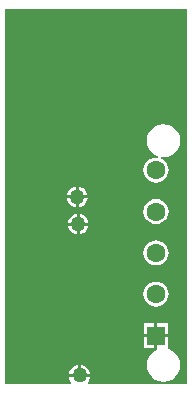
<source format=gbl>
G04*
G04 #@! TF.GenerationSoftware,Altium Limited,Altium Designer,19.0.10 (269)*
G04*
G04 Layer_Physical_Order=2*
G04 Layer_Color=16711680*
%FSLAX25Y25*%
%MOIN*%
G70*
G01*
G75*
%ADD18R,0.06299X0.06299*%
%ADD19C,0.06299*%
%ADD20C,0.05000*%
G36*
X62471Y1529D02*
X29460D01*
X29214Y2029D01*
X29580Y2506D01*
X29932Y3358D01*
X29987Y3771D01*
X23058D01*
X23112Y3358D01*
X23465Y2506D01*
X23831Y2029D01*
X23585Y1529D01*
X1529D01*
X1529Y126423D01*
X62471D01*
X62471Y1529D01*
D02*
G37*
%LPC*%
G36*
X54480Y88092D02*
X53037Y87902D01*
X51693Y87345D01*
X50538Y86459D01*
X49652Y85305D01*
X49095Y83960D01*
X48905Y82517D01*
X49095Y81074D01*
X49652Y79729D01*
X50538Y78575D01*
X51693Y77689D01*
X52698Y77272D01*
X52567Y76785D01*
X52000Y76860D01*
X50917Y76717D01*
X49907Y76299D01*
X49040Y75634D01*
X48375Y74767D01*
X47957Y73758D01*
X47815Y72674D01*
X47957Y71591D01*
X48375Y70582D01*
X49040Y69715D01*
X49907Y69050D01*
X50917Y68632D01*
X52000Y68489D01*
X53083Y68632D01*
X54093Y69050D01*
X54959Y69715D01*
X55625Y70582D01*
X56043Y71591D01*
X56185Y72674D01*
X56043Y73758D01*
X55625Y74767D01*
X54959Y75634D01*
X54093Y76299D01*
X53423Y76577D01*
X53553Y77064D01*
X54480Y76942D01*
X55923Y77132D01*
X57268Y77689D01*
X58423Y78575D01*
X59309Y79729D01*
X59866Y81074D01*
X60056Y82517D01*
X59866Y83960D01*
X59309Y85305D01*
X58423Y86459D01*
X57268Y87345D01*
X55923Y87902D01*
X54480Y88092D01*
D02*
G37*
G36*
X26241Y67214D02*
Y64250D01*
X29206D01*
X29151Y64664D01*
X28798Y65515D01*
X28237Y66246D01*
X27506Y66807D01*
X26655Y67160D01*
X26241Y67214D01*
D02*
G37*
G36*
X25241D02*
X24827Y67160D01*
X23976Y66807D01*
X23245Y66246D01*
X22684Y65515D01*
X22331Y64664D01*
X22277Y64250D01*
X25241D01*
Y67214D01*
D02*
G37*
G36*
X29206Y63250D02*
X26241D01*
Y60286D01*
X26655Y60340D01*
X27506Y60693D01*
X28237Y61254D01*
X28798Y61985D01*
X29151Y62836D01*
X29206Y63250D01*
D02*
G37*
G36*
X25241D02*
X22277D01*
X22331Y62836D01*
X22684Y61985D01*
X23245Y61254D01*
X23976Y60693D01*
X24827Y60340D01*
X25241Y60286D01*
Y63250D01*
D02*
G37*
G36*
X26522Y58174D02*
Y55209D01*
X29487D01*
X29432Y55623D01*
X29080Y56475D01*
X28519Y57206D01*
X27788Y57767D01*
X26936Y58119D01*
X26522Y58174D01*
D02*
G37*
G36*
X25522D02*
X25109Y58119D01*
X24257Y57767D01*
X23526Y57206D01*
X22965Y56475D01*
X22613Y55623D01*
X22558Y55209D01*
X25522D01*
Y58174D01*
D02*
G37*
G36*
X52000Y63080D02*
X50917Y62938D01*
X49907Y62520D01*
X49040Y61854D01*
X48375Y60988D01*
X47957Y59978D01*
X47815Y58895D01*
X47957Y57812D01*
X48375Y56802D01*
X49040Y55935D01*
X49907Y55270D01*
X50917Y54852D01*
X52000Y54710D01*
X53083Y54852D01*
X54093Y55270D01*
X54959Y55935D01*
X55625Y56802D01*
X56043Y57812D01*
X56185Y58895D01*
X56043Y59978D01*
X55625Y60988D01*
X54959Y61854D01*
X54093Y62520D01*
X53083Y62938D01*
X52000Y63080D01*
D02*
G37*
G36*
X29487Y54210D02*
X26522D01*
Y51245D01*
X26936Y51300D01*
X27788Y51652D01*
X28519Y52213D01*
X29080Y52944D01*
X29432Y53796D01*
X29487Y54210D01*
D02*
G37*
G36*
X25522D02*
X22558D01*
X22613Y53796D01*
X22965Y52944D01*
X23526Y52213D01*
X24257Y51652D01*
X25109Y51300D01*
X25522Y51245D01*
Y54210D01*
D02*
G37*
G36*
X52000Y49301D02*
X50917Y49158D01*
X49907Y48740D01*
X49040Y48075D01*
X48375Y47208D01*
X47957Y46199D01*
X47815Y45115D01*
X47957Y44032D01*
X48375Y43023D01*
X49040Y42156D01*
X49907Y41491D01*
X50917Y41073D01*
X52000Y40930D01*
X53083Y41073D01*
X54093Y41491D01*
X54959Y42156D01*
X55625Y43023D01*
X56043Y44032D01*
X56185Y45115D01*
X56043Y46199D01*
X55625Y47208D01*
X54959Y48075D01*
X54093Y48740D01*
X53083Y49158D01*
X52000Y49301D01*
D02*
G37*
G36*
Y35521D02*
X50917Y35379D01*
X49907Y34960D01*
X49040Y34295D01*
X48375Y33428D01*
X47957Y32419D01*
X47815Y31336D01*
X47957Y30253D01*
X48375Y29243D01*
X49040Y28376D01*
X49907Y27711D01*
X50917Y27293D01*
X52000Y27150D01*
X53083Y27293D01*
X54093Y27711D01*
X54959Y28376D01*
X55625Y29243D01*
X56043Y30253D01*
X56185Y31336D01*
X56043Y32419D01*
X55625Y33428D01*
X54959Y34295D01*
X54093Y34960D01*
X53083Y35379D01*
X52000Y35521D01*
D02*
G37*
G36*
X56150Y21706D02*
X52500D01*
Y18056D01*
X56150D01*
Y21706D01*
D02*
G37*
G36*
X51500D02*
X47850D01*
Y18056D01*
X51500D01*
Y21706D01*
D02*
G37*
G36*
Y17056D02*
X47850D01*
Y13407D01*
X51500D01*
Y17056D01*
D02*
G37*
G36*
X27022Y7736D02*
Y4772D01*
X29987D01*
X29932Y5185D01*
X29580Y6037D01*
X29019Y6768D01*
X28288Y7329D01*
X27436Y7681D01*
X27022Y7736D01*
D02*
G37*
G36*
X26022D02*
X25609Y7681D01*
X24757Y7329D01*
X24026Y6768D01*
X23465Y6037D01*
X23112Y5185D01*
X23058Y4772D01*
X26022D01*
Y7736D01*
D02*
G37*
G36*
X56150Y17056D02*
X52500D01*
Y13273D01*
X52573Y12907D01*
X51693Y12542D01*
X50538Y11656D01*
X49652Y10501D01*
X49095Y9157D01*
X48905Y7714D01*
X49095Y6271D01*
X49652Y4926D01*
X50538Y3771D01*
X51693Y2885D01*
X53037Y2328D01*
X54480Y2138D01*
X55923Y2328D01*
X57268Y2885D01*
X58423Y3771D01*
X59309Y4926D01*
X59866Y6271D01*
X60056Y7714D01*
X59866Y9157D01*
X59309Y10501D01*
X58423Y11656D01*
X57268Y12542D01*
X56269Y12956D01*
X56150Y13407D01*
X56150Y13546D01*
Y17056D01*
D02*
G37*
%LPD*%
D18*
X52000Y17556D02*
D03*
D19*
Y31336D02*
D03*
Y45115D02*
D03*
Y58895D02*
D03*
Y72674D02*
D03*
D20*
X26522Y4272D02*
D03*
X26022Y54710D02*
D03*
X25741Y63750D02*
D03*
M02*

</source>
